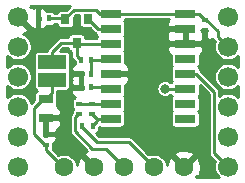
<source format=gbr>
G04 #@! TF.GenerationSoftware,KiCad,Pcbnew,(5.1.9-0-10_14)*
G04 #@! TF.CreationDate,2021-02-24T12:23:29+01:00*
G04 #@! TF.ProjectId,l0_Load,6c305f4c-6f61-4642-9e6b-696361645f70,rev?*
G04 #@! TF.SameCoordinates,Original*
G04 #@! TF.FileFunction,Copper,L1,Top*
G04 #@! TF.FilePolarity,Positive*
%FSLAX46Y46*%
G04 Gerber Fmt 4.6, Leading zero omitted, Abs format (unit mm)*
G04 Created by KiCad (PCBNEW (5.1.9-0-10_14)) date 2021-02-24 12:23:29*
%MOMM*%
%LPD*%
G01*
G04 APERTURE LIST*
G04 #@! TA.AperFunction,SMDPad,CuDef*
%ADD10R,1.800000X0.800000*%
G04 #@! TD*
G04 #@! TA.AperFunction,ComponentPad*
%ADD11C,1.600000*%
G04 #@! TD*
G04 #@! TA.AperFunction,SMDPad,CuDef*
%ADD12R,2.400000X1.200000*%
G04 #@! TD*
G04 #@! TA.AperFunction,SMDPad,CuDef*
%ADD13R,0.400000X0.600000*%
G04 #@! TD*
G04 #@! TA.AperFunction,SMDPad,CuDef*
%ADD14R,0.600000X0.400000*%
G04 #@! TD*
G04 #@! TA.AperFunction,SMDPad,CuDef*
%ADD15R,1.300000X0.800000*%
G04 #@! TD*
G04 #@! TA.AperFunction,SMDPad,CuDef*
%ADD16R,0.800000X0.900000*%
G04 #@! TD*
G04 #@! TA.AperFunction,ComponentPad*
%ADD17C,1.700000*%
G04 #@! TD*
G04 #@! TA.AperFunction,ViaPad*
%ADD18C,0.800000*%
G04 #@! TD*
G04 #@! TA.AperFunction,Conductor*
%ADD19C,0.250000*%
G04 #@! TD*
G04 #@! TA.AperFunction,Conductor*
%ADD20C,0.254000*%
G04 #@! TD*
G04 #@! TA.AperFunction,Conductor*
%ADD21C,0.100000*%
G04 #@! TD*
G04 APERTURE END LIST*
D10*
X171602000Y-76830000D03*
X171602000Y-78110000D03*
X171602000Y-79370000D03*
X171602000Y-80640000D03*
X171602000Y-81920000D03*
X171602000Y-83190000D03*
X171602000Y-84450000D03*
X171602000Y-85730000D03*
X177902000Y-85730000D03*
X177902000Y-84450000D03*
X177902000Y-83190000D03*
X177902000Y-81920000D03*
X177902000Y-80640000D03*
X177902000Y-79370000D03*
X177902000Y-78110000D03*
X177902000Y-76830000D03*
D11*
X177800000Y-89789000D03*
X175260000Y-89789000D03*
X172720000Y-89789000D03*
X170180000Y-89789000D03*
X167640000Y-89789000D03*
D12*
X166624000Y-80899000D03*
X166624000Y-82399000D03*
D13*
X170101100Y-86329600D03*
X169201100Y-86329600D03*
D14*
X168958100Y-84424600D03*
X168958100Y-85324600D03*
D13*
X169074100Y-81884600D03*
X169974100Y-81884600D03*
X169974100Y-80741600D03*
X169074100Y-80741600D03*
D14*
X179578000Y-78232000D03*
X179578000Y-77332000D03*
D13*
X165470000Y-77216000D03*
X166370000Y-77216000D03*
D14*
X170053000Y-85324600D03*
X170053000Y-84424600D03*
D13*
X169974100Y-83027600D03*
X169074100Y-83027600D03*
D14*
X166116000Y-86995000D03*
X166116000Y-87895000D03*
D15*
X166116000Y-84036000D03*
X166116000Y-85636000D03*
D16*
X168720000Y-79258000D03*
X167770000Y-77258000D03*
X169670000Y-77258000D03*
D17*
X181518600Y-79603600D03*
X181518600Y-77063600D03*
X181518600Y-87223600D03*
X181518600Y-82143600D03*
X181518600Y-89763600D03*
X163743600Y-77063600D03*
X163743600Y-87223600D03*
X163743600Y-82143600D03*
X181518600Y-84683600D03*
X163743600Y-84683600D03*
X163743600Y-89763600D03*
X163743600Y-79603600D03*
D18*
X176197100Y-83154600D03*
X167688100Y-83789600D03*
X165783100Y-78963600D03*
D19*
X177866600Y-83154600D02*
X177902000Y-83190000D01*
X176197100Y-83154600D02*
X177866600Y-83154600D01*
X180668601Y-88913601D02*
X181518600Y-89763600D01*
X180343599Y-88588599D02*
X180668601Y-88913601D01*
X180343599Y-83461599D02*
X180343599Y-88588599D01*
X178802000Y-81920000D02*
X180343599Y-83461599D01*
X177902000Y-81920000D02*
X178802000Y-81920000D01*
X179076000Y-76830000D02*
X179578000Y-77332000D01*
X177902000Y-76830000D02*
X179076000Y-76830000D01*
X180668601Y-78322601D02*
X179678000Y-77332000D01*
X179678000Y-77332000D02*
X179578000Y-77332000D01*
X180668601Y-78753601D02*
X180668601Y-78322601D01*
X181518600Y-79603600D02*
X180668601Y-78753601D01*
X172502000Y-76830000D02*
X177902000Y-76830000D01*
X171602000Y-76830000D02*
X172502000Y-76830000D01*
X167770000Y-77208000D02*
X167770000Y-77258000D01*
X170354999Y-76482999D02*
X168495001Y-76482999D01*
X168495001Y-76482999D02*
X167770000Y-77208000D01*
X170702000Y-76830000D02*
X170354999Y-76482999D01*
X171602000Y-76830000D02*
X170702000Y-76830000D01*
X167728000Y-77216000D02*
X167770000Y-77258000D01*
X166370000Y-77216000D02*
X167728000Y-77216000D01*
X170522000Y-78110000D02*
X171602000Y-78110000D01*
X169670000Y-77258000D02*
X170522000Y-78110000D01*
X168832000Y-79370000D02*
X168720000Y-79258000D01*
X171602000Y-79370000D02*
X168832000Y-79370000D01*
X168720000Y-80387500D02*
X169074100Y-80741600D01*
X168720000Y-79258000D02*
X168720000Y-80387500D01*
X168070000Y-79258000D02*
X168720000Y-79258000D01*
X167415000Y-79258000D02*
X168070000Y-79258000D01*
X166624000Y-80049000D02*
X167415000Y-79258000D01*
X166624000Y-80899000D02*
X166624000Y-80049000D01*
X170439000Y-85730000D02*
X170053000Y-85344000D01*
X171602000Y-85730000D02*
X170439000Y-85730000D01*
X170439000Y-85891700D02*
X170439000Y-85730000D01*
X170101100Y-86229600D02*
X170439000Y-85891700D01*
X170101100Y-86329600D02*
X170101100Y-86229600D01*
X170059000Y-84450000D02*
X170053000Y-84444000D01*
X171602000Y-84450000D02*
X170059000Y-84450000D01*
X168958100Y-84424600D02*
X170053000Y-84424600D01*
X171439600Y-83027600D02*
X171602000Y-83190000D01*
X169974100Y-83027600D02*
X171439600Y-83027600D01*
X169974100Y-81884600D02*
X169974100Y-80741600D01*
X171500400Y-80741600D02*
X171602000Y-80640000D01*
X169974100Y-80741600D02*
X171500400Y-80741600D01*
X166624000Y-83528000D02*
X166116000Y-84036000D01*
X166624000Y-82399000D02*
X166624000Y-83528000D01*
X166016000Y-87895000D02*
X166116000Y-87895000D01*
X165140999Y-84761001D02*
X165140999Y-87019999D01*
X165140999Y-87019999D02*
X166016000Y-87895000D01*
X165866000Y-84036000D02*
X165140999Y-84761001D01*
X166116000Y-84036000D02*
X165866000Y-84036000D01*
X167560000Y-89789000D02*
X167640000Y-89789000D01*
X166116000Y-88345000D02*
X167560000Y-89789000D01*
X166116000Y-87895000D02*
X166116000Y-88345000D01*
X171920001Y-88989001D02*
X172720000Y-89789000D01*
X171165600Y-88234600D02*
X171920001Y-88989001D01*
X168858100Y-85324600D02*
X168577100Y-85605600D01*
X168577100Y-86790602D02*
X170021098Y-88234600D01*
X168577100Y-85605600D02*
X168577100Y-86790602D01*
X170021098Y-88234600D02*
X171165600Y-88234600D01*
X168958100Y-85324600D02*
X168858100Y-85324600D01*
X174460001Y-88989001D02*
X175260000Y-89789000D01*
X169201100Y-86329600D02*
X169201100Y-86429600D01*
X169201100Y-86429600D02*
X170429089Y-87657589D01*
X170429089Y-87657589D02*
X173128589Y-87657589D01*
X173128589Y-87657589D02*
X174460001Y-88989001D01*
D20*
X176471463Y-77355506D02*
X176412498Y-77465820D01*
X176376188Y-77585518D01*
X176363928Y-77710000D01*
X176367000Y-77824250D01*
X176525750Y-77983000D01*
X177775000Y-77983000D01*
X177775000Y-77963000D01*
X178029000Y-77963000D01*
X178029000Y-77983000D01*
X178049000Y-77983000D01*
X178049000Y-78237000D01*
X178029000Y-78237000D01*
X178029000Y-79243000D01*
X179278250Y-79243000D01*
X179437000Y-79084250D01*
X179440072Y-78970000D01*
X179435515Y-78923735D01*
X179451000Y-78908250D01*
X179451000Y-78305000D01*
X179346250Y-78305000D01*
X179278252Y-78237002D01*
X179437000Y-78237002D01*
X179437000Y-78159000D01*
X179451000Y-78159000D01*
X179451000Y-78085000D01*
X179705000Y-78085000D01*
X179705000Y-78159000D01*
X179725000Y-78159000D01*
X179725000Y-78305000D01*
X179705000Y-78305000D01*
X179705000Y-78908250D01*
X179863750Y-79067000D01*
X179986357Y-79060804D01*
X180106949Y-79027582D01*
X180218742Y-78971473D01*
X180256730Y-78941897D01*
X180290958Y-79005933D01*
X180347442Y-79074760D01*
X180364701Y-79088924D01*
X180430539Y-79154762D01*
X180386831Y-79260282D01*
X180341600Y-79487676D01*
X180341600Y-79719524D01*
X180386831Y-79946918D01*
X180475556Y-80161119D01*
X180604364Y-80353894D01*
X180768306Y-80517836D01*
X180961081Y-80646644D01*
X181175282Y-80735369D01*
X181402676Y-80780600D01*
X181634524Y-80780600D01*
X181861918Y-80735369D01*
X182076119Y-80646644D01*
X182268894Y-80517836D01*
X182407112Y-80379618D01*
X182407760Y-81368230D01*
X182268894Y-81229364D01*
X182076119Y-81100556D01*
X181861918Y-81011831D01*
X181634524Y-80966600D01*
X181402676Y-80966600D01*
X181175282Y-81011831D01*
X180961081Y-81100556D01*
X180768306Y-81229364D01*
X180604364Y-81393306D01*
X180475556Y-81586081D01*
X180386831Y-81800282D01*
X180341600Y-82027676D01*
X180341600Y-82259524D01*
X180386831Y-82486918D01*
X180475556Y-82701119D01*
X180604364Y-82893894D01*
X180768306Y-83057836D01*
X180961081Y-83186644D01*
X181175282Y-83275369D01*
X181402676Y-83320600D01*
X181634524Y-83320600D01*
X181861918Y-83275369D01*
X182076119Y-83186644D01*
X182268894Y-83057836D01*
X182408777Y-82917953D01*
X182409428Y-83909898D01*
X182268894Y-83769364D01*
X182076119Y-83640556D01*
X181861918Y-83551831D01*
X181634524Y-83506600D01*
X181402676Y-83506600D01*
X181175282Y-83551831D01*
X180961081Y-83640556D01*
X180795599Y-83751127D01*
X180795599Y-83483803D01*
X180797786Y-83461598D01*
X180789059Y-83372991D01*
X180781708Y-83348759D01*
X180763213Y-83287789D01*
X180721242Y-83209266D01*
X180664758Y-83140440D01*
X180647511Y-83126286D01*
X179137323Y-81616100D01*
X179130582Y-81607886D01*
X179130582Y-81520000D01*
X179124268Y-81455897D01*
X179105570Y-81394257D01*
X179075206Y-81337450D01*
X179034343Y-81287657D01*
X179025013Y-81280000D01*
X179034343Y-81272343D01*
X179075206Y-81222550D01*
X179105570Y-81165743D01*
X179124268Y-81104103D01*
X179130582Y-81040000D01*
X179130582Y-80314387D01*
X179156494Y-80300537D01*
X179253185Y-80221185D01*
X179332537Y-80124494D01*
X179391502Y-80014180D01*
X179427812Y-79894482D01*
X179440072Y-79770000D01*
X179437000Y-79655750D01*
X179278250Y-79497000D01*
X178029000Y-79497000D01*
X178029000Y-79517000D01*
X177775000Y-79517000D01*
X177775000Y-79497000D01*
X176525750Y-79497000D01*
X176367000Y-79655750D01*
X176363928Y-79770000D01*
X176376188Y-79894482D01*
X176412498Y-80014180D01*
X176471463Y-80124494D01*
X176550815Y-80221185D01*
X176647506Y-80300537D01*
X176673418Y-80314387D01*
X176673418Y-81040000D01*
X176679732Y-81104103D01*
X176698430Y-81165743D01*
X176728794Y-81222550D01*
X176769657Y-81272343D01*
X176778987Y-81280000D01*
X176769657Y-81287657D01*
X176728794Y-81337450D01*
X176698430Y-81394257D01*
X176679732Y-81455897D01*
X176673418Y-81520000D01*
X176673418Y-82320000D01*
X176679732Y-82384103D01*
X176698430Y-82445743D01*
X176728794Y-82502550D01*
X176769657Y-82552343D01*
X176772895Y-82555000D01*
X176769657Y-82557657D01*
X176728794Y-82607450D01*
X176711130Y-82640496D01*
X176660536Y-82589902D01*
X176541464Y-82510341D01*
X176409158Y-82455538D01*
X176268703Y-82427600D01*
X176125497Y-82427600D01*
X175985042Y-82455538D01*
X175852736Y-82510341D01*
X175733664Y-82589902D01*
X175632402Y-82691164D01*
X175552841Y-82810236D01*
X175498038Y-82942542D01*
X175470100Y-83082997D01*
X175470100Y-83226203D01*
X175498038Y-83366658D01*
X175552841Y-83498964D01*
X175632402Y-83618036D01*
X175733664Y-83719298D01*
X175852736Y-83798859D01*
X175985042Y-83853662D01*
X176125497Y-83881600D01*
X176268703Y-83881600D01*
X176409158Y-83853662D01*
X176541464Y-83798859D01*
X176660536Y-83719298D01*
X176690438Y-83689396D01*
X176698430Y-83715743D01*
X176728794Y-83772550D01*
X176767734Y-83820000D01*
X176728794Y-83867450D01*
X176698430Y-83924257D01*
X176679732Y-83985897D01*
X176673418Y-84050000D01*
X176673418Y-84850000D01*
X176679732Y-84914103D01*
X176698430Y-84975743D01*
X176728794Y-85032550D01*
X176769657Y-85082343D01*
X176778987Y-85090000D01*
X176769657Y-85097657D01*
X176728794Y-85147450D01*
X176698430Y-85204257D01*
X176679732Y-85265897D01*
X176673418Y-85330000D01*
X176673418Y-86130000D01*
X176679732Y-86194103D01*
X176698430Y-86255743D01*
X176728794Y-86312550D01*
X176769657Y-86362343D01*
X176819450Y-86403206D01*
X176876257Y-86433570D01*
X176937897Y-86452268D01*
X177002000Y-86458582D01*
X178802000Y-86458582D01*
X178866103Y-86452268D01*
X178927743Y-86433570D01*
X178984550Y-86403206D01*
X179034343Y-86362343D01*
X179075206Y-86312550D01*
X179105570Y-86255743D01*
X179124268Y-86194103D01*
X179130582Y-86130000D01*
X179130582Y-85330000D01*
X179124268Y-85265897D01*
X179105570Y-85204257D01*
X179075206Y-85147450D01*
X179034343Y-85097657D01*
X179025013Y-85090000D01*
X179034343Y-85082343D01*
X179075206Y-85032550D01*
X179105570Y-84975743D01*
X179124268Y-84914103D01*
X179130582Y-84850000D01*
X179130582Y-84050000D01*
X179124268Y-83985897D01*
X179105570Y-83924257D01*
X179075206Y-83867450D01*
X179036266Y-83820000D01*
X179075206Y-83772550D01*
X179105570Y-83715743D01*
X179124268Y-83654103D01*
X179130582Y-83590000D01*
X179130582Y-82887806D01*
X179891599Y-83648824D01*
X179891600Y-88566384D01*
X179889412Y-88588599D01*
X179898139Y-88677206D01*
X179923985Y-88762408D01*
X179957438Y-88824994D01*
X179965957Y-88840932D01*
X180022441Y-88909758D01*
X180039694Y-88923917D01*
X180364689Y-89248914D01*
X180364700Y-89248923D01*
X180430539Y-89314762D01*
X180386831Y-89420282D01*
X180341600Y-89647676D01*
X180341600Y-89879524D01*
X180386831Y-90106918D01*
X180475556Y-90321119D01*
X180604364Y-90513894D01*
X180747070Y-90656600D01*
X178847207Y-90656600D01*
X178792704Y-90602097D01*
X179036671Y-90530514D01*
X179157571Y-90275004D01*
X179226300Y-90000816D01*
X179240217Y-89718488D01*
X179198787Y-89438870D01*
X179103603Y-89172708D01*
X179036671Y-89047486D01*
X178792702Y-88975903D01*
X177979605Y-89789000D01*
X177993748Y-89803143D01*
X177814143Y-89982748D01*
X177800000Y-89968605D01*
X177785858Y-89982748D01*
X177606253Y-89803143D01*
X177620395Y-89789000D01*
X176807298Y-88975903D01*
X176563329Y-89047486D01*
X176442429Y-89302996D01*
X176373700Y-89577184D01*
X176372359Y-89604393D01*
X176343690Y-89460266D01*
X176258734Y-89255165D01*
X176135398Y-89070579D01*
X175978421Y-88913602D01*
X175802863Y-88796298D01*
X176986903Y-88796298D01*
X177800000Y-89609395D01*
X178613097Y-88796298D01*
X178541514Y-88552329D01*
X178286004Y-88431429D01*
X178011816Y-88362700D01*
X177729488Y-88348783D01*
X177449870Y-88390213D01*
X177183708Y-88485397D01*
X177058486Y-88552329D01*
X176986903Y-88796298D01*
X175802863Y-88796298D01*
X175793835Y-88790266D01*
X175588734Y-88705310D01*
X175371000Y-88662000D01*
X175149000Y-88662000D01*
X174931266Y-88705310D01*
X174849431Y-88739207D01*
X174795318Y-88685095D01*
X174795314Y-88685090D01*
X173463912Y-87353689D01*
X173449748Y-87336430D01*
X173380922Y-87279946D01*
X173302399Y-87237975D01*
X173217196Y-87212129D01*
X173150794Y-87205589D01*
X173128589Y-87203402D01*
X173106384Y-87205589D01*
X170616313Y-87205589D01*
X170362826Y-86952102D01*
X170365203Y-86951868D01*
X170426843Y-86933170D01*
X170483650Y-86902806D01*
X170533443Y-86861943D01*
X170574306Y-86812150D01*
X170604670Y-86755343D01*
X170623368Y-86693703D01*
X170629682Y-86629600D01*
X170629682Y-86449776D01*
X170637897Y-86452268D01*
X170702000Y-86458582D01*
X172502000Y-86458582D01*
X172566103Y-86452268D01*
X172627743Y-86433570D01*
X172684550Y-86403206D01*
X172734343Y-86362343D01*
X172775206Y-86312550D01*
X172805570Y-86255743D01*
X172824268Y-86194103D01*
X172830582Y-86130000D01*
X172830582Y-85330000D01*
X172824268Y-85265897D01*
X172805570Y-85204257D01*
X172775206Y-85147450D01*
X172734343Y-85097657D01*
X172725013Y-85090000D01*
X172734343Y-85082343D01*
X172775206Y-85032550D01*
X172805570Y-84975743D01*
X172824268Y-84914103D01*
X172830582Y-84850000D01*
X172830582Y-84050000D01*
X172824268Y-83985897D01*
X172805570Y-83924257D01*
X172775206Y-83867450D01*
X172736266Y-83820000D01*
X172775206Y-83772550D01*
X172805570Y-83715743D01*
X172824268Y-83654103D01*
X172830582Y-83590000D01*
X172830582Y-82864387D01*
X172856494Y-82850537D01*
X172953185Y-82771185D01*
X173032537Y-82674494D01*
X173091502Y-82564180D01*
X173127812Y-82444482D01*
X173140072Y-82320000D01*
X173137000Y-82205750D01*
X172978250Y-82047000D01*
X171729000Y-82047000D01*
X171729000Y-82067000D01*
X171475000Y-82067000D01*
X171475000Y-82047000D01*
X171455000Y-82047000D01*
X171455000Y-81793000D01*
X171475000Y-81793000D01*
X171475000Y-81773000D01*
X171729000Y-81773000D01*
X171729000Y-81793000D01*
X172978250Y-81793000D01*
X173137000Y-81634250D01*
X173140072Y-81520000D01*
X173127812Y-81395518D01*
X173091502Y-81275820D01*
X173032537Y-81165506D01*
X172953185Y-81068815D01*
X172856494Y-80989463D01*
X172830582Y-80975613D01*
X172830582Y-80240000D01*
X172824268Y-80175897D01*
X172805570Y-80114257D01*
X172775206Y-80057450D01*
X172734343Y-80007657D01*
X172731105Y-80005000D01*
X172734343Y-80002343D01*
X172775206Y-79952550D01*
X172805570Y-79895743D01*
X172824268Y-79834103D01*
X172830582Y-79770000D01*
X172830582Y-78970000D01*
X172824268Y-78905897D01*
X172805570Y-78844257D01*
X172775206Y-78787450D01*
X172736266Y-78740000D01*
X172775206Y-78692550D01*
X172805570Y-78635743D01*
X172824268Y-78574103D01*
X172830582Y-78510000D01*
X176363928Y-78510000D01*
X176376188Y-78634482D01*
X176408197Y-78740000D01*
X176376188Y-78845518D01*
X176363928Y-78970000D01*
X176367000Y-79084250D01*
X176525750Y-79243000D01*
X177775000Y-79243000D01*
X177775000Y-78237000D01*
X176525750Y-78237000D01*
X176367000Y-78395750D01*
X176363928Y-78510000D01*
X172830582Y-78510000D01*
X172830582Y-77710000D01*
X172824268Y-77645897D01*
X172805570Y-77584257D01*
X172775206Y-77527450D01*
X172734343Y-77477657D01*
X172725013Y-77470000D01*
X172734343Y-77462343D01*
X172775206Y-77412550D01*
X172805570Y-77355743D01*
X172824268Y-77294103D01*
X172825460Y-77282000D01*
X176531788Y-77282000D01*
X176471463Y-77355506D01*
G04 #@! TA.AperFunction,Conductor*
D21*
G36*
X176471463Y-77355506D02*
G01*
X176412498Y-77465820D01*
X176376188Y-77585518D01*
X176363928Y-77710000D01*
X176367000Y-77824250D01*
X176525750Y-77983000D01*
X177775000Y-77983000D01*
X177775000Y-77963000D01*
X178029000Y-77963000D01*
X178029000Y-77983000D01*
X178049000Y-77983000D01*
X178049000Y-78237000D01*
X178029000Y-78237000D01*
X178029000Y-79243000D01*
X179278250Y-79243000D01*
X179437000Y-79084250D01*
X179440072Y-78970000D01*
X179435515Y-78923735D01*
X179451000Y-78908250D01*
X179451000Y-78305000D01*
X179346250Y-78305000D01*
X179278252Y-78237002D01*
X179437000Y-78237002D01*
X179437000Y-78159000D01*
X179451000Y-78159000D01*
X179451000Y-78085000D01*
X179705000Y-78085000D01*
X179705000Y-78159000D01*
X179725000Y-78159000D01*
X179725000Y-78305000D01*
X179705000Y-78305000D01*
X179705000Y-78908250D01*
X179863750Y-79067000D01*
X179986357Y-79060804D01*
X180106949Y-79027582D01*
X180218742Y-78971473D01*
X180256730Y-78941897D01*
X180290958Y-79005933D01*
X180347442Y-79074760D01*
X180364701Y-79088924D01*
X180430539Y-79154762D01*
X180386831Y-79260282D01*
X180341600Y-79487676D01*
X180341600Y-79719524D01*
X180386831Y-79946918D01*
X180475556Y-80161119D01*
X180604364Y-80353894D01*
X180768306Y-80517836D01*
X180961081Y-80646644D01*
X181175282Y-80735369D01*
X181402676Y-80780600D01*
X181634524Y-80780600D01*
X181861918Y-80735369D01*
X182076119Y-80646644D01*
X182268894Y-80517836D01*
X182407112Y-80379618D01*
X182407760Y-81368230D01*
X182268894Y-81229364D01*
X182076119Y-81100556D01*
X181861918Y-81011831D01*
X181634524Y-80966600D01*
X181402676Y-80966600D01*
X181175282Y-81011831D01*
X180961081Y-81100556D01*
X180768306Y-81229364D01*
X180604364Y-81393306D01*
X180475556Y-81586081D01*
X180386831Y-81800282D01*
X180341600Y-82027676D01*
X180341600Y-82259524D01*
X180386831Y-82486918D01*
X180475556Y-82701119D01*
X180604364Y-82893894D01*
X180768306Y-83057836D01*
X180961081Y-83186644D01*
X181175282Y-83275369D01*
X181402676Y-83320600D01*
X181634524Y-83320600D01*
X181861918Y-83275369D01*
X182076119Y-83186644D01*
X182268894Y-83057836D01*
X182408777Y-82917953D01*
X182409428Y-83909898D01*
X182268894Y-83769364D01*
X182076119Y-83640556D01*
X181861918Y-83551831D01*
X181634524Y-83506600D01*
X181402676Y-83506600D01*
X181175282Y-83551831D01*
X180961081Y-83640556D01*
X180795599Y-83751127D01*
X180795599Y-83483803D01*
X180797786Y-83461598D01*
X180789059Y-83372991D01*
X180781708Y-83348759D01*
X180763213Y-83287789D01*
X180721242Y-83209266D01*
X180664758Y-83140440D01*
X180647511Y-83126286D01*
X179137323Y-81616100D01*
X179130582Y-81607886D01*
X179130582Y-81520000D01*
X179124268Y-81455897D01*
X179105570Y-81394257D01*
X179075206Y-81337450D01*
X179034343Y-81287657D01*
X179025013Y-81280000D01*
X179034343Y-81272343D01*
X179075206Y-81222550D01*
X179105570Y-81165743D01*
X179124268Y-81104103D01*
X179130582Y-81040000D01*
X179130582Y-80314387D01*
X179156494Y-80300537D01*
X179253185Y-80221185D01*
X179332537Y-80124494D01*
X179391502Y-80014180D01*
X179427812Y-79894482D01*
X179440072Y-79770000D01*
X179437000Y-79655750D01*
X179278250Y-79497000D01*
X178029000Y-79497000D01*
X178029000Y-79517000D01*
X177775000Y-79517000D01*
X177775000Y-79497000D01*
X176525750Y-79497000D01*
X176367000Y-79655750D01*
X176363928Y-79770000D01*
X176376188Y-79894482D01*
X176412498Y-80014180D01*
X176471463Y-80124494D01*
X176550815Y-80221185D01*
X176647506Y-80300537D01*
X176673418Y-80314387D01*
X176673418Y-81040000D01*
X176679732Y-81104103D01*
X176698430Y-81165743D01*
X176728794Y-81222550D01*
X176769657Y-81272343D01*
X176778987Y-81280000D01*
X176769657Y-81287657D01*
X176728794Y-81337450D01*
X176698430Y-81394257D01*
X176679732Y-81455897D01*
X176673418Y-81520000D01*
X176673418Y-82320000D01*
X176679732Y-82384103D01*
X176698430Y-82445743D01*
X176728794Y-82502550D01*
X176769657Y-82552343D01*
X176772895Y-82555000D01*
X176769657Y-82557657D01*
X176728794Y-82607450D01*
X176711130Y-82640496D01*
X176660536Y-82589902D01*
X176541464Y-82510341D01*
X176409158Y-82455538D01*
X176268703Y-82427600D01*
X176125497Y-82427600D01*
X175985042Y-82455538D01*
X175852736Y-82510341D01*
X175733664Y-82589902D01*
X175632402Y-82691164D01*
X175552841Y-82810236D01*
X175498038Y-82942542D01*
X175470100Y-83082997D01*
X175470100Y-83226203D01*
X175498038Y-83366658D01*
X175552841Y-83498964D01*
X175632402Y-83618036D01*
X175733664Y-83719298D01*
X175852736Y-83798859D01*
X175985042Y-83853662D01*
X176125497Y-83881600D01*
X176268703Y-83881600D01*
X176409158Y-83853662D01*
X176541464Y-83798859D01*
X176660536Y-83719298D01*
X176690438Y-83689396D01*
X176698430Y-83715743D01*
X176728794Y-83772550D01*
X176767734Y-83820000D01*
X176728794Y-83867450D01*
X176698430Y-83924257D01*
X176679732Y-83985897D01*
X176673418Y-84050000D01*
X176673418Y-84850000D01*
X176679732Y-84914103D01*
X176698430Y-84975743D01*
X176728794Y-85032550D01*
X176769657Y-85082343D01*
X176778987Y-85090000D01*
X176769657Y-85097657D01*
X176728794Y-85147450D01*
X176698430Y-85204257D01*
X176679732Y-85265897D01*
X176673418Y-85330000D01*
X176673418Y-86130000D01*
X176679732Y-86194103D01*
X176698430Y-86255743D01*
X176728794Y-86312550D01*
X176769657Y-86362343D01*
X176819450Y-86403206D01*
X176876257Y-86433570D01*
X176937897Y-86452268D01*
X177002000Y-86458582D01*
X178802000Y-86458582D01*
X178866103Y-86452268D01*
X178927743Y-86433570D01*
X178984550Y-86403206D01*
X179034343Y-86362343D01*
X179075206Y-86312550D01*
X179105570Y-86255743D01*
X179124268Y-86194103D01*
X179130582Y-86130000D01*
X179130582Y-85330000D01*
X179124268Y-85265897D01*
X179105570Y-85204257D01*
X179075206Y-85147450D01*
X179034343Y-85097657D01*
X179025013Y-85090000D01*
X179034343Y-85082343D01*
X179075206Y-85032550D01*
X179105570Y-84975743D01*
X179124268Y-84914103D01*
X179130582Y-84850000D01*
X179130582Y-84050000D01*
X179124268Y-83985897D01*
X179105570Y-83924257D01*
X179075206Y-83867450D01*
X179036266Y-83820000D01*
X179075206Y-83772550D01*
X179105570Y-83715743D01*
X179124268Y-83654103D01*
X179130582Y-83590000D01*
X179130582Y-82887806D01*
X179891599Y-83648824D01*
X179891600Y-88566384D01*
X179889412Y-88588599D01*
X179898139Y-88677206D01*
X179923985Y-88762408D01*
X179957438Y-88824994D01*
X179965957Y-88840932D01*
X180022441Y-88909758D01*
X180039694Y-88923917D01*
X180364689Y-89248914D01*
X180364700Y-89248923D01*
X180430539Y-89314762D01*
X180386831Y-89420282D01*
X180341600Y-89647676D01*
X180341600Y-89879524D01*
X180386831Y-90106918D01*
X180475556Y-90321119D01*
X180604364Y-90513894D01*
X180747070Y-90656600D01*
X178847207Y-90656600D01*
X178792704Y-90602097D01*
X179036671Y-90530514D01*
X179157571Y-90275004D01*
X179226300Y-90000816D01*
X179240217Y-89718488D01*
X179198787Y-89438870D01*
X179103603Y-89172708D01*
X179036671Y-89047486D01*
X178792702Y-88975903D01*
X177979605Y-89789000D01*
X177993748Y-89803143D01*
X177814143Y-89982748D01*
X177800000Y-89968605D01*
X177785858Y-89982748D01*
X177606253Y-89803143D01*
X177620395Y-89789000D01*
X176807298Y-88975903D01*
X176563329Y-89047486D01*
X176442429Y-89302996D01*
X176373700Y-89577184D01*
X176372359Y-89604393D01*
X176343690Y-89460266D01*
X176258734Y-89255165D01*
X176135398Y-89070579D01*
X175978421Y-88913602D01*
X175802863Y-88796298D01*
X176986903Y-88796298D01*
X177800000Y-89609395D01*
X178613097Y-88796298D01*
X178541514Y-88552329D01*
X178286004Y-88431429D01*
X178011816Y-88362700D01*
X177729488Y-88348783D01*
X177449870Y-88390213D01*
X177183708Y-88485397D01*
X177058486Y-88552329D01*
X176986903Y-88796298D01*
X175802863Y-88796298D01*
X175793835Y-88790266D01*
X175588734Y-88705310D01*
X175371000Y-88662000D01*
X175149000Y-88662000D01*
X174931266Y-88705310D01*
X174849431Y-88739207D01*
X174795318Y-88685095D01*
X174795314Y-88685090D01*
X173463912Y-87353689D01*
X173449748Y-87336430D01*
X173380922Y-87279946D01*
X173302399Y-87237975D01*
X173217196Y-87212129D01*
X173150794Y-87205589D01*
X173128589Y-87203402D01*
X173106384Y-87205589D01*
X170616313Y-87205589D01*
X170362826Y-86952102D01*
X170365203Y-86951868D01*
X170426843Y-86933170D01*
X170483650Y-86902806D01*
X170533443Y-86861943D01*
X170574306Y-86812150D01*
X170604670Y-86755343D01*
X170623368Y-86693703D01*
X170629682Y-86629600D01*
X170629682Y-86449776D01*
X170637897Y-86452268D01*
X170702000Y-86458582D01*
X172502000Y-86458582D01*
X172566103Y-86452268D01*
X172627743Y-86433570D01*
X172684550Y-86403206D01*
X172734343Y-86362343D01*
X172775206Y-86312550D01*
X172805570Y-86255743D01*
X172824268Y-86194103D01*
X172830582Y-86130000D01*
X172830582Y-85330000D01*
X172824268Y-85265897D01*
X172805570Y-85204257D01*
X172775206Y-85147450D01*
X172734343Y-85097657D01*
X172725013Y-85090000D01*
X172734343Y-85082343D01*
X172775206Y-85032550D01*
X172805570Y-84975743D01*
X172824268Y-84914103D01*
X172830582Y-84850000D01*
X172830582Y-84050000D01*
X172824268Y-83985897D01*
X172805570Y-83924257D01*
X172775206Y-83867450D01*
X172736266Y-83820000D01*
X172775206Y-83772550D01*
X172805570Y-83715743D01*
X172824268Y-83654103D01*
X172830582Y-83590000D01*
X172830582Y-82864387D01*
X172856494Y-82850537D01*
X172953185Y-82771185D01*
X173032537Y-82674494D01*
X173091502Y-82564180D01*
X173127812Y-82444482D01*
X173140072Y-82320000D01*
X173137000Y-82205750D01*
X172978250Y-82047000D01*
X171729000Y-82047000D01*
X171729000Y-82067000D01*
X171475000Y-82067000D01*
X171475000Y-82047000D01*
X171455000Y-82047000D01*
X171455000Y-81793000D01*
X171475000Y-81793000D01*
X171475000Y-81773000D01*
X171729000Y-81773000D01*
X171729000Y-81793000D01*
X172978250Y-81793000D01*
X173137000Y-81634250D01*
X173140072Y-81520000D01*
X173127812Y-81395518D01*
X173091502Y-81275820D01*
X173032537Y-81165506D01*
X172953185Y-81068815D01*
X172856494Y-80989463D01*
X172830582Y-80975613D01*
X172830582Y-80240000D01*
X172824268Y-80175897D01*
X172805570Y-80114257D01*
X172775206Y-80057450D01*
X172734343Y-80007657D01*
X172731105Y-80005000D01*
X172734343Y-80002343D01*
X172775206Y-79952550D01*
X172805570Y-79895743D01*
X172824268Y-79834103D01*
X172830582Y-79770000D01*
X172830582Y-78970000D01*
X172824268Y-78905897D01*
X172805570Y-78844257D01*
X172775206Y-78787450D01*
X172736266Y-78740000D01*
X172775206Y-78692550D01*
X172805570Y-78635743D01*
X172824268Y-78574103D01*
X172830582Y-78510000D01*
X176363928Y-78510000D01*
X176376188Y-78634482D01*
X176408197Y-78740000D01*
X176376188Y-78845518D01*
X176363928Y-78970000D01*
X176367000Y-79084250D01*
X176525750Y-79243000D01*
X177775000Y-79243000D01*
X177775000Y-78237000D01*
X176525750Y-78237000D01*
X176367000Y-78395750D01*
X176363928Y-78510000D01*
X172830582Y-78510000D01*
X172830582Y-77710000D01*
X172824268Y-77645897D01*
X172805570Y-77584257D01*
X172775206Y-77527450D01*
X172734343Y-77477657D01*
X172725013Y-77470000D01*
X172734343Y-77462343D01*
X172775206Y-77412550D01*
X172805570Y-77355743D01*
X172824268Y-77294103D01*
X172825460Y-77282000D01*
X176531788Y-77282000D01*
X176471463Y-77355506D01*
G37*
G04 #@! TD.AperFunction*
D20*
X167997732Y-79772103D02*
X168016430Y-79833743D01*
X168046794Y-79890550D01*
X168087657Y-79940343D01*
X168137450Y-79981206D01*
X168194257Y-80011570D01*
X168255897Y-80030268D01*
X168268001Y-80031460D01*
X168268001Y-80365285D01*
X168265813Y-80387500D01*
X168274540Y-80476107D01*
X168300386Y-80561309D01*
X168303851Y-80567791D01*
X168342358Y-80639833D01*
X168398842Y-80708659D01*
X168416095Y-80722819D01*
X168545518Y-80852241D01*
X168545518Y-81040951D01*
X168506088Y-81063348D01*
X168411469Y-81145159D01*
X168334627Y-81243858D01*
X168278518Y-81355651D01*
X168245296Y-81476243D01*
X168239100Y-81598850D01*
X168397850Y-81757600D01*
X169001100Y-81757600D01*
X169001100Y-81737600D01*
X169147100Y-81737600D01*
X169147100Y-81757600D01*
X169221100Y-81757600D01*
X169221100Y-82011600D01*
X169147100Y-82011600D01*
X169147100Y-82900600D01*
X169221100Y-82900600D01*
X169221100Y-83154600D01*
X169147100Y-83154600D01*
X169147100Y-83174600D01*
X169001100Y-83174600D01*
X169001100Y-83154600D01*
X168397850Y-83154600D01*
X168239100Y-83313350D01*
X168245296Y-83435957D01*
X168278518Y-83556549D01*
X168334627Y-83668342D01*
X168411469Y-83767041D01*
X168506088Y-83848852D01*
X168599317Y-83901808D01*
X168593997Y-83902332D01*
X168532357Y-83921030D01*
X168475550Y-83951394D01*
X168425757Y-83992257D01*
X168384894Y-84042050D01*
X168354530Y-84098857D01*
X168335832Y-84160497D01*
X168329518Y-84224600D01*
X168329518Y-84624600D01*
X168335832Y-84688703D01*
X168354530Y-84750343D01*
X168384894Y-84807150D01*
X168425757Y-84856943D01*
X168447273Y-84874600D01*
X168425757Y-84892257D01*
X168384894Y-84942050D01*
X168354530Y-84998857D01*
X168335832Y-85060497D01*
X168329518Y-85124600D01*
X168329518Y-85213959D01*
X168273200Y-85270277D01*
X168255941Y-85284441D01*
X168207063Y-85344000D01*
X168199458Y-85353267D01*
X168157486Y-85431791D01*
X168131640Y-85516993D01*
X168122913Y-85605600D01*
X168125100Y-85627805D01*
X168125101Y-86768387D01*
X168122913Y-86790602D01*
X168131640Y-86879209D01*
X168157486Y-86964411D01*
X168199067Y-87042204D01*
X168199458Y-87042935D01*
X168255942Y-87111761D01*
X168273196Y-87125921D01*
X169614505Y-88467231D01*
X169563708Y-88485397D01*
X169438486Y-88552329D01*
X169366903Y-88796298D01*
X170180000Y-89609395D01*
X170194143Y-89595253D01*
X170373748Y-89774858D01*
X170359605Y-89789000D01*
X170373748Y-89803143D01*
X170194143Y-89982748D01*
X170180000Y-89968605D01*
X170165858Y-89982748D01*
X169986253Y-89803143D01*
X170000395Y-89789000D01*
X169187298Y-88975903D01*
X168943329Y-89047486D01*
X168822429Y-89302996D01*
X168753700Y-89577184D01*
X168752359Y-89604393D01*
X168723690Y-89460266D01*
X168638734Y-89255165D01*
X168515398Y-89070579D01*
X168358421Y-88913602D01*
X168173835Y-88790266D01*
X167968734Y-88705310D01*
X167751000Y-88662000D01*
X167529000Y-88662000D01*
X167311266Y-88705310D01*
X167172863Y-88762639D01*
X166688560Y-88278337D01*
X166689206Y-88277550D01*
X166719570Y-88220743D01*
X166738268Y-88159103D01*
X166744582Y-88095000D01*
X166744582Y-87740576D01*
X166756742Y-87734473D01*
X166855441Y-87657631D01*
X166937252Y-87563012D01*
X166999032Y-87454249D01*
X167038406Y-87335524D01*
X167051000Y-87226750D01*
X166892250Y-87068000D01*
X166243000Y-87068000D01*
X166243000Y-87142000D01*
X165989000Y-87142000D01*
X165989000Y-87068000D01*
X165969000Y-87068000D01*
X165969000Y-86922000D01*
X165989000Y-86922000D01*
X165989000Y-85763000D01*
X166243000Y-85763000D01*
X166243000Y-86922000D01*
X166892250Y-86922000D01*
X167051000Y-86763250D01*
X167038406Y-86654476D01*
X167025994Y-86617049D01*
X167120494Y-86566537D01*
X167217185Y-86487185D01*
X167296537Y-86390494D01*
X167355502Y-86280180D01*
X167391812Y-86160482D01*
X167404072Y-86036000D01*
X167401000Y-85921750D01*
X167242250Y-85763000D01*
X166243000Y-85763000D01*
X165989000Y-85763000D01*
X165969000Y-85763000D01*
X165969000Y-85509000D01*
X165989000Y-85509000D01*
X165989000Y-85489000D01*
X166243000Y-85489000D01*
X166243000Y-85509000D01*
X167242250Y-85509000D01*
X167401000Y-85350250D01*
X167404072Y-85236000D01*
X167391812Y-85111518D01*
X167355502Y-84991820D01*
X167296537Y-84881506D01*
X167217185Y-84784815D01*
X167120494Y-84705463D01*
X167014413Y-84648761D01*
X167039206Y-84618550D01*
X167069570Y-84561743D01*
X167088268Y-84500103D01*
X167094582Y-84436000D01*
X167094582Y-83636000D01*
X167088268Y-83571897D01*
X167077394Y-83536050D01*
X167078187Y-83528001D01*
X167076000Y-83505798D01*
X167076000Y-83327582D01*
X167824000Y-83327582D01*
X167888103Y-83321268D01*
X167949743Y-83302570D01*
X168006550Y-83272206D01*
X168056343Y-83231343D01*
X168097206Y-83181550D01*
X168127570Y-83124743D01*
X168146268Y-83063103D01*
X168152582Y-82999000D01*
X168152582Y-82170350D01*
X168239100Y-82170350D01*
X168245296Y-82292957D01*
X168278518Y-82413549D01*
X168299874Y-82456100D01*
X168278518Y-82498651D01*
X168245296Y-82619243D01*
X168239100Y-82741850D01*
X168397850Y-82900600D01*
X169001100Y-82900600D01*
X169001100Y-82011600D01*
X168397850Y-82011600D01*
X168239100Y-82170350D01*
X168152582Y-82170350D01*
X168152582Y-81799000D01*
X168146268Y-81734897D01*
X168127570Y-81673257D01*
X168114604Y-81649000D01*
X168127570Y-81624743D01*
X168146268Y-81563103D01*
X168152582Y-81499000D01*
X168152582Y-80299000D01*
X168146268Y-80234897D01*
X168127570Y-80173257D01*
X168097206Y-80116450D01*
X168056343Y-80066657D01*
X168006550Y-80025794D01*
X167949743Y-79995430D01*
X167888103Y-79976732D01*
X167824000Y-79970418D01*
X167341806Y-79970418D01*
X167602224Y-79710000D01*
X167991615Y-79710000D01*
X167997732Y-79772103D01*
G04 #@! TA.AperFunction,Conductor*
D21*
G36*
X167997732Y-79772103D02*
G01*
X168016430Y-79833743D01*
X168046794Y-79890550D01*
X168087657Y-79940343D01*
X168137450Y-79981206D01*
X168194257Y-80011570D01*
X168255897Y-80030268D01*
X168268001Y-80031460D01*
X168268001Y-80365285D01*
X168265813Y-80387500D01*
X168274540Y-80476107D01*
X168300386Y-80561309D01*
X168303851Y-80567791D01*
X168342358Y-80639833D01*
X168398842Y-80708659D01*
X168416095Y-80722819D01*
X168545518Y-80852241D01*
X168545518Y-81040951D01*
X168506088Y-81063348D01*
X168411469Y-81145159D01*
X168334627Y-81243858D01*
X168278518Y-81355651D01*
X168245296Y-81476243D01*
X168239100Y-81598850D01*
X168397850Y-81757600D01*
X169001100Y-81757600D01*
X169001100Y-81737600D01*
X169147100Y-81737600D01*
X169147100Y-81757600D01*
X169221100Y-81757600D01*
X169221100Y-82011600D01*
X169147100Y-82011600D01*
X169147100Y-82900600D01*
X169221100Y-82900600D01*
X169221100Y-83154600D01*
X169147100Y-83154600D01*
X169147100Y-83174600D01*
X169001100Y-83174600D01*
X169001100Y-83154600D01*
X168397850Y-83154600D01*
X168239100Y-83313350D01*
X168245296Y-83435957D01*
X168278518Y-83556549D01*
X168334627Y-83668342D01*
X168411469Y-83767041D01*
X168506088Y-83848852D01*
X168599317Y-83901808D01*
X168593997Y-83902332D01*
X168532357Y-83921030D01*
X168475550Y-83951394D01*
X168425757Y-83992257D01*
X168384894Y-84042050D01*
X168354530Y-84098857D01*
X168335832Y-84160497D01*
X168329518Y-84224600D01*
X168329518Y-84624600D01*
X168335832Y-84688703D01*
X168354530Y-84750343D01*
X168384894Y-84807150D01*
X168425757Y-84856943D01*
X168447273Y-84874600D01*
X168425757Y-84892257D01*
X168384894Y-84942050D01*
X168354530Y-84998857D01*
X168335832Y-85060497D01*
X168329518Y-85124600D01*
X168329518Y-85213959D01*
X168273200Y-85270277D01*
X168255941Y-85284441D01*
X168207063Y-85344000D01*
X168199458Y-85353267D01*
X168157486Y-85431791D01*
X168131640Y-85516993D01*
X168122913Y-85605600D01*
X168125100Y-85627805D01*
X168125101Y-86768387D01*
X168122913Y-86790602D01*
X168131640Y-86879209D01*
X168157486Y-86964411D01*
X168199067Y-87042204D01*
X168199458Y-87042935D01*
X168255942Y-87111761D01*
X168273196Y-87125921D01*
X169614505Y-88467231D01*
X169563708Y-88485397D01*
X169438486Y-88552329D01*
X169366903Y-88796298D01*
X170180000Y-89609395D01*
X170194143Y-89595253D01*
X170373748Y-89774858D01*
X170359605Y-89789000D01*
X170373748Y-89803143D01*
X170194143Y-89982748D01*
X170180000Y-89968605D01*
X170165858Y-89982748D01*
X169986253Y-89803143D01*
X170000395Y-89789000D01*
X169187298Y-88975903D01*
X168943329Y-89047486D01*
X168822429Y-89302996D01*
X168753700Y-89577184D01*
X168752359Y-89604393D01*
X168723690Y-89460266D01*
X168638734Y-89255165D01*
X168515398Y-89070579D01*
X168358421Y-88913602D01*
X168173835Y-88790266D01*
X167968734Y-88705310D01*
X167751000Y-88662000D01*
X167529000Y-88662000D01*
X167311266Y-88705310D01*
X167172863Y-88762639D01*
X166688560Y-88278337D01*
X166689206Y-88277550D01*
X166719570Y-88220743D01*
X166738268Y-88159103D01*
X166744582Y-88095000D01*
X166744582Y-87740576D01*
X166756742Y-87734473D01*
X166855441Y-87657631D01*
X166937252Y-87563012D01*
X166999032Y-87454249D01*
X167038406Y-87335524D01*
X167051000Y-87226750D01*
X166892250Y-87068000D01*
X166243000Y-87068000D01*
X166243000Y-87142000D01*
X165989000Y-87142000D01*
X165989000Y-87068000D01*
X165969000Y-87068000D01*
X165969000Y-86922000D01*
X165989000Y-86922000D01*
X165989000Y-85763000D01*
X166243000Y-85763000D01*
X166243000Y-86922000D01*
X166892250Y-86922000D01*
X167051000Y-86763250D01*
X167038406Y-86654476D01*
X167025994Y-86617049D01*
X167120494Y-86566537D01*
X167217185Y-86487185D01*
X167296537Y-86390494D01*
X167355502Y-86280180D01*
X167391812Y-86160482D01*
X167404072Y-86036000D01*
X167401000Y-85921750D01*
X167242250Y-85763000D01*
X166243000Y-85763000D01*
X165989000Y-85763000D01*
X165969000Y-85763000D01*
X165969000Y-85509000D01*
X165989000Y-85509000D01*
X165989000Y-85489000D01*
X166243000Y-85489000D01*
X166243000Y-85509000D01*
X167242250Y-85509000D01*
X167401000Y-85350250D01*
X167404072Y-85236000D01*
X167391812Y-85111518D01*
X167355502Y-84991820D01*
X167296537Y-84881506D01*
X167217185Y-84784815D01*
X167120494Y-84705463D01*
X167014413Y-84648761D01*
X167039206Y-84618550D01*
X167069570Y-84561743D01*
X167088268Y-84500103D01*
X167094582Y-84436000D01*
X167094582Y-83636000D01*
X167088268Y-83571897D01*
X167077394Y-83536050D01*
X167078187Y-83528001D01*
X167076000Y-83505798D01*
X167076000Y-83327582D01*
X167824000Y-83327582D01*
X167888103Y-83321268D01*
X167949743Y-83302570D01*
X168006550Y-83272206D01*
X168056343Y-83231343D01*
X168097206Y-83181550D01*
X168127570Y-83124743D01*
X168146268Y-83063103D01*
X168152582Y-82999000D01*
X168152582Y-82170350D01*
X168239100Y-82170350D01*
X168245296Y-82292957D01*
X168278518Y-82413549D01*
X168299874Y-82456100D01*
X168278518Y-82498651D01*
X168245296Y-82619243D01*
X168239100Y-82741850D01*
X168397850Y-82900600D01*
X169001100Y-82900600D01*
X169001100Y-82011600D01*
X168397850Y-82011600D01*
X168239100Y-82170350D01*
X168152582Y-82170350D01*
X168152582Y-81799000D01*
X168146268Y-81734897D01*
X168127570Y-81673257D01*
X168114604Y-81649000D01*
X168127570Y-81624743D01*
X168146268Y-81563103D01*
X168152582Y-81499000D01*
X168152582Y-80299000D01*
X168146268Y-80234897D01*
X168127570Y-80173257D01*
X168097206Y-80116450D01*
X168056343Y-80066657D01*
X168006550Y-80025794D01*
X167949743Y-79995430D01*
X167888103Y-79976732D01*
X167824000Y-79970418D01*
X167341806Y-79970418D01*
X167602224Y-79710000D01*
X167991615Y-79710000D01*
X167997732Y-79772103D01*
G37*
G04 #@! TD.AperFunction*
D20*
X168159686Y-76179089D02*
X167859358Y-76479418D01*
X167370000Y-76479418D01*
X167305897Y-76485732D01*
X167244257Y-76504430D01*
X167187450Y-76534794D01*
X167137657Y-76575657D01*
X167096794Y-76625450D01*
X167066430Y-76682257D01*
X167047732Y-76743897D01*
X167045752Y-76764000D01*
X166859535Y-76764000D01*
X166843206Y-76733450D01*
X166802343Y-76683657D01*
X166752550Y-76642794D01*
X166695743Y-76612430D01*
X166634103Y-76593732D01*
X166570000Y-76587418D01*
X166215576Y-76587418D01*
X166209473Y-76575258D01*
X166132631Y-76476559D01*
X166038012Y-76394748D01*
X165929249Y-76332968D01*
X165810524Y-76293594D01*
X165701750Y-76281000D01*
X165543000Y-76439750D01*
X165543000Y-77089000D01*
X165617000Y-77089000D01*
X165617000Y-77343000D01*
X165543000Y-77343000D01*
X165543000Y-77992250D01*
X165701750Y-78151000D01*
X165810524Y-78138406D01*
X165929249Y-78099032D01*
X166038012Y-78037252D01*
X166132631Y-77955441D01*
X166209473Y-77856742D01*
X166215576Y-77844582D01*
X166570000Y-77844582D01*
X166634103Y-77838268D01*
X166695743Y-77819570D01*
X166752550Y-77789206D01*
X166802343Y-77748343D01*
X166843206Y-77698550D01*
X166859535Y-77668000D01*
X167041418Y-77668000D01*
X167041418Y-77708000D01*
X167047732Y-77772103D01*
X167066430Y-77833743D01*
X167096794Y-77890550D01*
X167137657Y-77940343D01*
X167187450Y-77981206D01*
X167244257Y-78011570D01*
X167305897Y-78030268D01*
X167370000Y-78036582D01*
X168170000Y-78036582D01*
X168234103Y-78030268D01*
X168295743Y-78011570D01*
X168352550Y-77981206D01*
X168402343Y-77940343D01*
X168443206Y-77890550D01*
X168473570Y-77833743D01*
X168492268Y-77772103D01*
X168498582Y-77708000D01*
X168498582Y-77118642D01*
X168682226Y-76934999D01*
X168941418Y-76934999D01*
X168941418Y-77708000D01*
X168947732Y-77772103D01*
X168966430Y-77833743D01*
X168996794Y-77890550D01*
X169037657Y-77940343D01*
X169087450Y-77981206D01*
X169144257Y-78011570D01*
X169205897Y-78030268D01*
X169270000Y-78036582D01*
X169809358Y-78036582D01*
X170186681Y-78413905D01*
X170200841Y-78431159D01*
X170269667Y-78487643D01*
X170348190Y-78529614D01*
X170376186Y-78538107D01*
X170379732Y-78574103D01*
X170398430Y-78635743D01*
X170428794Y-78692550D01*
X170467734Y-78740000D01*
X170428794Y-78787450D01*
X170398430Y-78844257D01*
X170379732Y-78905897D01*
X170378540Y-78918000D01*
X169448582Y-78918000D01*
X169448582Y-78808000D01*
X169442268Y-78743897D01*
X169423570Y-78682257D01*
X169393206Y-78625450D01*
X169352343Y-78575657D01*
X169302550Y-78534794D01*
X169245743Y-78504430D01*
X169184103Y-78485732D01*
X169120000Y-78479418D01*
X168320000Y-78479418D01*
X168255897Y-78485732D01*
X168194257Y-78504430D01*
X168137450Y-78534794D01*
X168087657Y-78575657D01*
X168046794Y-78625450D01*
X168016430Y-78682257D01*
X167997732Y-78743897D01*
X167991615Y-78806000D01*
X167437205Y-78806000D01*
X167415000Y-78803813D01*
X167326392Y-78812540D01*
X167261358Y-78832268D01*
X167241190Y-78838386D01*
X167162667Y-78880357D01*
X167093841Y-78936841D01*
X167079681Y-78954095D01*
X166320096Y-79713681D01*
X166302842Y-79727841D01*
X166262163Y-79777409D01*
X166246358Y-79796667D01*
X166204386Y-79875191D01*
X166178540Y-79960393D01*
X166177553Y-79970418D01*
X165424000Y-79970418D01*
X165359897Y-79976732D01*
X165298257Y-79995430D01*
X165241450Y-80025794D01*
X165191657Y-80066657D01*
X165150794Y-80116450D01*
X165120430Y-80173257D01*
X165101732Y-80234897D01*
X165095418Y-80299000D01*
X165095418Y-81499000D01*
X165101732Y-81563103D01*
X165120430Y-81624743D01*
X165133396Y-81649000D01*
X165120430Y-81673257D01*
X165101732Y-81734897D01*
X165095418Y-81799000D01*
X165095418Y-82999000D01*
X165101732Y-83063103D01*
X165120430Y-83124743D01*
X165150794Y-83181550D01*
X165191657Y-83231343D01*
X165241450Y-83272206D01*
X165298257Y-83302570D01*
X165359897Y-83321268D01*
X165372848Y-83322544D01*
X165340257Y-83332430D01*
X165283450Y-83362794D01*
X165233657Y-83403657D01*
X165192794Y-83453450D01*
X165162430Y-83510257D01*
X165143732Y-83571897D01*
X165137418Y-83636000D01*
X165137418Y-84125358D01*
X164883188Y-84379589D01*
X164875369Y-84340282D01*
X164786644Y-84126081D01*
X164657836Y-83933306D01*
X164493894Y-83769364D01*
X164301119Y-83640556D01*
X164086918Y-83551831D01*
X163859524Y-83506600D01*
X163627676Y-83506600D01*
X163400282Y-83551831D01*
X163186081Y-83640556D01*
X162993306Y-83769364D01*
X162852772Y-83909898D01*
X162853423Y-82917953D01*
X162993306Y-83057836D01*
X163186081Y-83186644D01*
X163400282Y-83275369D01*
X163627676Y-83320600D01*
X163859524Y-83320600D01*
X164086918Y-83275369D01*
X164301119Y-83186644D01*
X164493894Y-83057836D01*
X164657836Y-82893894D01*
X164786644Y-82701119D01*
X164875369Y-82486918D01*
X164920600Y-82259524D01*
X164920600Y-82027676D01*
X164875369Y-81800282D01*
X164786644Y-81586081D01*
X164657836Y-81393306D01*
X164493894Y-81229364D01*
X164301119Y-81100556D01*
X164086918Y-81011831D01*
X163859524Y-80966600D01*
X163627676Y-80966600D01*
X163400282Y-81011831D01*
X163186081Y-81100556D01*
X162993306Y-81229364D01*
X162854440Y-81368230D01*
X162855088Y-80379618D01*
X162993306Y-80517836D01*
X163186081Y-80646644D01*
X163400282Y-80735369D01*
X163627676Y-80780600D01*
X163859524Y-80780600D01*
X164086918Y-80735369D01*
X164301119Y-80646644D01*
X164493894Y-80517836D01*
X164657836Y-80353894D01*
X164786644Y-80161119D01*
X164875369Y-79946918D01*
X164920600Y-79719524D01*
X164920600Y-79487676D01*
X164875369Y-79260282D01*
X164786644Y-79046081D01*
X164657836Y-78853306D01*
X164493894Y-78689364D01*
X164301119Y-78560556D01*
X164146225Y-78496397D01*
X164377347Y-78414519D01*
X164514757Y-78341072D01*
X164592392Y-78091997D01*
X163743600Y-77243205D01*
X163729458Y-77257348D01*
X163549853Y-77077743D01*
X163563995Y-77063600D01*
X163549853Y-77049458D01*
X163729458Y-76869853D01*
X163743600Y-76883995D01*
X163757743Y-76869853D01*
X163937348Y-77049458D01*
X163923205Y-77063600D01*
X164771997Y-77912392D01*
X164773491Y-77911926D01*
X164807369Y-77955441D01*
X164901988Y-78037252D01*
X165010751Y-78099032D01*
X165129476Y-78138406D01*
X165238250Y-78151000D01*
X165397000Y-77992250D01*
X165397000Y-77343000D01*
X165323000Y-77343000D01*
X165323000Y-77089000D01*
X165397000Y-77089000D01*
X165397000Y-76439750D01*
X165238250Y-76281000D01*
X165129476Y-76293594D01*
X165037917Y-76323959D01*
X165021072Y-76292443D01*
X164771999Y-76214809D01*
X164821208Y-76165600D01*
X168170756Y-76165600D01*
X168159686Y-76179089D01*
G04 #@! TA.AperFunction,Conductor*
D21*
G36*
X168159686Y-76179089D02*
G01*
X167859358Y-76479418D01*
X167370000Y-76479418D01*
X167305897Y-76485732D01*
X167244257Y-76504430D01*
X167187450Y-76534794D01*
X167137657Y-76575657D01*
X167096794Y-76625450D01*
X167066430Y-76682257D01*
X167047732Y-76743897D01*
X167045752Y-76764000D01*
X166859535Y-76764000D01*
X166843206Y-76733450D01*
X166802343Y-76683657D01*
X166752550Y-76642794D01*
X166695743Y-76612430D01*
X166634103Y-76593732D01*
X166570000Y-76587418D01*
X166215576Y-76587418D01*
X166209473Y-76575258D01*
X166132631Y-76476559D01*
X166038012Y-76394748D01*
X165929249Y-76332968D01*
X165810524Y-76293594D01*
X165701750Y-76281000D01*
X165543000Y-76439750D01*
X165543000Y-77089000D01*
X165617000Y-77089000D01*
X165617000Y-77343000D01*
X165543000Y-77343000D01*
X165543000Y-77992250D01*
X165701750Y-78151000D01*
X165810524Y-78138406D01*
X165929249Y-78099032D01*
X166038012Y-78037252D01*
X166132631Y-77955441D01*
X166209473Y-77856742D01*
X166215576Y-77844582D01*
X166570000Y-77844582D01*
X166634103Y-77838268D01*
X166695743Y-77819570D01*
X166752550Y-77789206D01*
X166802343Y-77748343D01*
X166843206Y-77698550D01*
X166859535Y-77668000D01*
X167041418Y-77668000D01*
X167041418Y-77708000D01*
X167047732Y-77772103D01*
X167066430Y-77833743D01*
X167096794Y-77890550D01*
X167137657Y-77940343D01*
X167187450Y-77981206D01*
X167244257Y-78011570D01*
X167305897Y-78030268D01*
X167370000Y-78036582D01*
X168170000Y-78036582D01*
X168234103Y-78030268D01*
X168295743Y-78011570D01*
X168352550Y-77981206D01*
X168402343Y-77940343D01*
X168443206Y-77890550D01*
X168473570Y-77833743D01*
X168492268Y-77772103D01*
X168498582Y-77708000D01*
X168498582Y-77118642D01*
X168682226Y-76934999D01*
X168941418Y-76934999D01*
X168941418Y-77708000D01*
X168947732Y-77772103D01*
X168966430Y-77833743D01*
X168996794Y-77890550D01*
X169037657Y-77940343D01*
X169087450Y-77981206D01*
X169144257Y-78011570D01*
X169205897Y-78030268D01*
X169270000Y-78036582D01*
X169809358Y-78036582D01*
X170186681Y-78413905D01*
X170200841Y-78431159D01*
X170269667Y-78487643D01*
X170348190Y-78529614D01*
X170376186Y-78538107D01*
X170379732Y-78574103D01*
X170398430Y-78635743D01*
X170428794Y-78692550D01*
X170467734Y-78740000D01*
X170428794Y-78787450D01*
X170398430Y-78844257D01*
X170379732Y-78905897D01*
X170378540Y-78918000D01*
X169448582Y-78918000D01*
X169448582Y-78808000D01*
X169442268Y-78743897D01*
X169423570Y-78682257D01*
X169393206Y-78625450D01*
X169352343Y-78575657D01*
X169302550Y-78534794D01*
X169245743Y-78504430D01*
X169184103Y-78485732D01*
X169120000Y-78479418D01*
X168320000Y-78479418D01*
X168255897Y-78485732D01*
X168194257Y-78504430D01*
X168137450Y-78534794D01*
X168087657Y-78575657D01*
X168046794Y-78625450D01*
X168016430Y-78682257D01*
X167997732Y-78743897D01*
X167991615Y-78806000D01*
X167437205Y-78806000D01*
X167415000Y-78803813D01*
X167326392Y-78812540D01*
X167261358Y-78832268D01*
X167241190Y-78838386D01*
X167162667Y-78880357D01*
X167093841Y-78936841D01*
X167079681Y-78954095D01*
X166320096Y-79713681D01*
X166302842Y-79727841D01*
X166262163Y-79777409D01*
X166246358Y-79796667D01*
X166204386Y-79875191D01*
X166178540Y-79960393D01*
X166177553Y-79970418D01*
X165424000Y-79970418D01*
X165359897Y-79976732D01*
X165298257Y-79995430D01*
X165241450Y-80025794D01*
X165191657Y-80066657D01*
X165150794Y-80116450D01*
X165120430Y-80173257D01*
X165101732Y-80234897D01*
X165095418Y-80299000D01*
X165095418Y-81499000D01*
X165101732Y-81563103D01*
X165120430Y-81624743D01*
X165133396Y-81649000D01*
X165120430Y-81673257D01*
X165101732Y-81734897D01*
X165095418Y-81799000D01*
X165095418Y-82999000D01*
X165101732Y-83063103D01*
X165120430Y-83124743D01*
X165150794Y-83181550D01*
X165191657Y-83231343D01*
X165241450Y-83272206D01*
X165298257Y-83302570D01*
X165359897Y-83321268D01*
X165372848Y-83322544D01*
X165340257Y-83332430D01*
X165283450Y-83362794D01*
X165233657Y-83403657D01*
X165192794Y-83453450D01*
X165162430Y-83510257D01*
X165143732Y-83571897D01*
X165137418Y-83636000D01*
X165137418Y-84125358D01*
X164883188Y-84379589D01*
X164875369Y-84340282D01*
X164786644Y-84126081D01*
X164657836Y-83933306D01*
X164493894Y-83769364D01*
X164301119Y-83640556D01*
X164086918Y-83551831D01*
X163859524Y-83506600D01*
X163627676Y-83506600D01*
X163400282Y-83551831D01*
X163186081Y-83640556D01*
X162993306Y-83769364D01*
X162852772Y-83909898D01*
X162853423Y-82917953D01*
X162993306Y-83057836D01*
X163186081Y-83186644D01*
X163400282Y-83275369D01*
X163627676Y-83320600D01*
X163859524Y-83320600D01*
X164086918Y-83275369D01*
X164301119Y-83186644D01*
X164493894Y-83057836D01*
X164657836Y-82893894D01*
X164786644Y-82701119D01*
X164875369Y-82486918D01*
X164920600Y-82259524D01*
X164920600Y-82027676D01*
X164875369Y-81800282D01*
X164786644Y-81586081D01*
X164657836Y-81393306D01*
X164493894Y-81229364D01*
X164301119Y-81100556D01*
X164086918Y-81011831D01*
X163859524Y-80966600D01*
X163627676Y-80966600D01*
X163400282Y-81011831D01*
X163186081Y-81100556D01*
X162993306Y-81229364D01*
X162854440Y-81368230D01*
X162855088Y-80379618D01*
X162993306Y-80517836D01*
X163186081Y-80646644D01*
X163400282Y-80735369D01*
X163627676Y-80780600D01*
X163859524Y-80780600D01*
X164086918Y-80735369D01*
X164301119Y-80646644D01*
X164493894Y-80517836D01*
X164657836Y-80353894D01*
X164786644Y-80161119D01*
X164875369Y-79946918D01*
X164920600Y-79719524D01*
X164920600Y-79487676D01*
X164875369Y-79260282D01*
X164786644Y-79046081D01*
X164657836Y-78853306D01*
X164493894Y-78689364D01*
X164301119Y-78560556D01*
X164146225Y-78496397D01*
X164377347Y-78414519D01*
X164514757Y-78341072D01*
X164592392Y-78091997D01*
X163743600Y-77243205D01*
X163729458Y-77257348D01*
X163549853Y-77077743D01*
X163563995Y-77063600D01*
X163549853Y-77049458D01*
X163729458Y-76869853D01*
X163743600Y-76883995D01*
X163757743Y-76869853D01*
X163937348Y-77049458D01*
X163923205Y-77063600D01*
X164771997Y-77912392D01*
X164773491Y-77911926D01*
X164807369Y-77955441D01*
X164901988Y-78037252D01*
X165010751Y-78099032D01*
X165129476Y-78138406D01*
X165238250Y-78151000D01*
X165397000Y-77992250D01*
X165397000Y-77343000D01*
X165323000Y-77343000D01*
X165323000Y-77089000D01*
X165397000Y-77089000D01*
X165397000Y-76439750D01*
X165238250Y-76281000D01*
X165129476Y-76293594D01*
X165037917Y-76323959D01*
X165021072Y-76292443D01*
X164771999Y-76214809D01*
X164821208Y-76165600D01*
X168170756Y-76165600D01*
X168159686Y-76179089D01*
G37*
G04 #@! TD.AperFunction*
M02*

</source>
